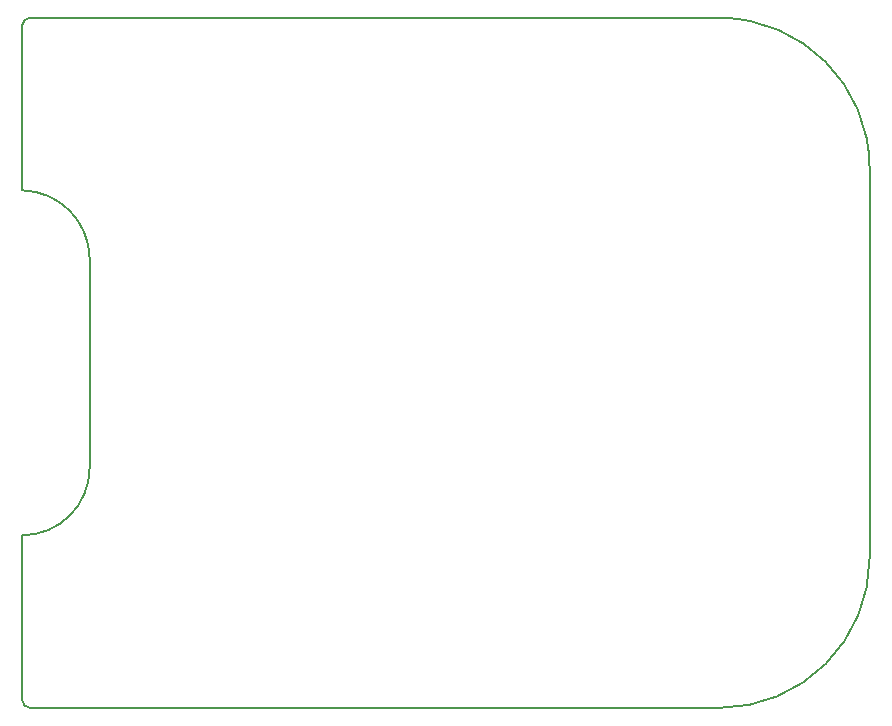
<source format=gm1>
%TF.GenerationSoftware,KiCad,Pcbnew,6.0.4+dfsg-1*%
%TF.CreationDate,2022-04-13T00:03:45+02:00*%
%TF.ProjectId,bbb-mrf89xa-cape,6262622d-6d72-4663-9839-78612d636170,rev?*%
%TF.SameCoordinates,Original*%
%TF.FileFunction,Profile,NP*%
%FSLAX46Y46*%
G04 Gerber Fmt 4.6, Leading zero omitted, Abs format (unit mm)*
G04 Created by KiCad (PCBNEW 6.0.4+dfsg-1) date 2022-04-13 00:03:45*
%MOMM*%
%LPD*%
G01*
G04 APERTURE LIST*
%TA.AperFunction,Profile*%
%ADD10C,0.150000*%
%TD*%
G04 APERTURE END LIST*
D10*
X38733000Y-69842000D02*
X38733000Y-52062000D01*
X33018000Y-75557000D02*
G75*
G03*
X38733000Y-69842000I-1370J5716370D01*
G01*
X33653000Y-31742000D02*
X92073000Y-31742000D01*
X92073000Y-90162000D02*
X33653000Y-90162000D01*
X33018000Y-89527000D02*
G75*
G03*
X33653000Y-90162000I681700J46700D01*
G01*
X33653000Y-31742000D02*
G75*
G03*
X33018000Y-32377000I79300J-714300D01*
G01*
X104773000Y-44442000D02*
G75*
G03*
X92073000Y-31742000I-12727630J-27630D01*
G01*
X33018000Y-46347000D02*
X33018000Y-32377000D01*
X38733000Y-52062000D02*
G75*
G03*
X33018000Y-46347000I-5830830J-115830D01*
G01*
X92073000Y-90162000D02*
G75*
G03*
X104773000Y-77462000I5150J12694850D01*
G01*
X33018000Y-89527000D02*
X33018000Y-75557000D01*
X104773000Y-44442000D02*
X104773000Y-77462000D01*
M02*

</source>
